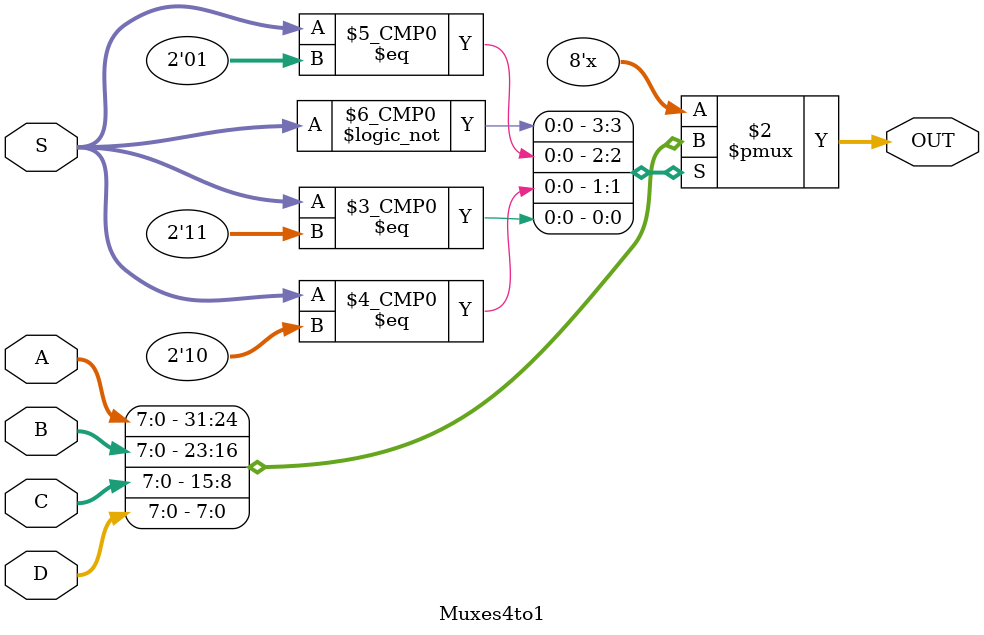
<source format=v>
module Muxes4to1(
	// El nombre es case sensitive 
	
	//Entradas a mi circuito (No son variables)
	input [7:0] A,
	input [7:0] B,
	input [7:0] C,
	input [7:0] D,
	input [1:0] S,
	
	//Las variables que se ocupen en 
	//always, se les pone un reg
	output reg [7:0] OUT
);

	/*
	wire T0;
	wire T1;
	
	assign T0 = ~( (S[1] & C) | (~S[1] & A) );
	assign T1 = ~( (S[1] & D) | (~S[1] & B) );
	assign OUT = ~( (T0 | S[0]) & (T1 | ~S[0]) ); 
	*/
	
	//Una alternativa a lo que hicimos arriba es:
	
	/*
	assign OUT = (S == 2'b00) ? A:
					(S == 2'b01) ? B :
					(S == 2'b10) ? C :
					(S == 2'b11) ? D : 1'hx;
	*/
	
	//Otra alternatica es:
	
	/*
	always @(*) begin
	
	//Otra cosa que podemos hacer para evitar
	// el Latch, es ponerle un valor inicial 
	// a la variable
	OUT = A;
	
		if ( S == 0)
			OUT = A;
				else if ( S == 1)
					OUT = B;
					else if ( S == 2)
						OUT = C;
							else if ( S == 3)
								OUT = D;
								// Los Latch no son de fiar
								// Es necesario cubrir todas
								// las posibilidades de un if
								else
									OUT = 1'hx;
	
	end
	*/
	
	//La última manera de representar un MUX
	//También es la más eficiente
	
	always @(*) begin
		case (S)
		2'b00 : 
			OUT = A;
		2'h1 : //Cambiamos entre bases al comparar
			OUT = B;
		2'd2 : 
			OUT = C;
		2'b11 : 
			OUT = D;
		
		default:
			OUT = 8'hxx;
		endcase
	end
	
	endmodule
	//Es necesario un enter después de esto para que se 
	// ponga en color azul 
</source>
